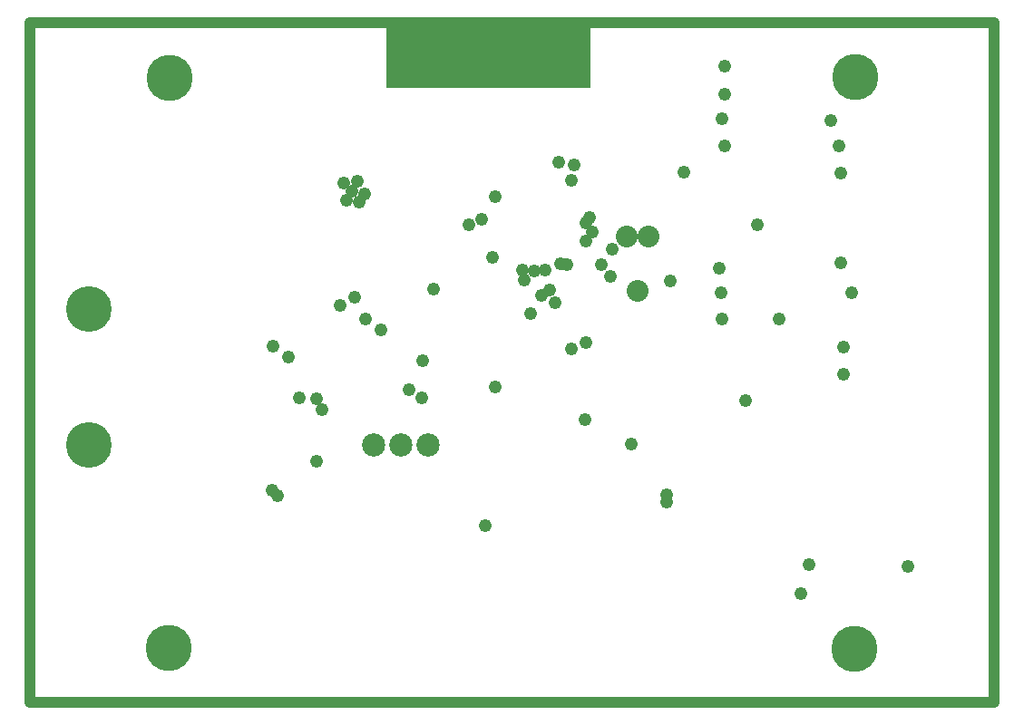
<source format=gbr>
G04*
G04 #@! TF.GenerationSoftware,Altium Limited,Altium Designer,23.1.1 (15)*
G04*
G04 Layer_Physical_Order=5*
G04 Layer_Color=128*
%FSLAX25Y25*%
%MOIN*%
G70*
G04*
G04 #@! TF.SameCoordinates,577C2DE3-5836-4DB5-AD87-4C8AFCD19023*
G04*
G04*
G04 #@! TF.FilePolarity,Negative*
G04*
G01*
G75*
%ADD97C,0.04000*%
%ADD104C,0.08528*%
%ADD105C,0.16795*%
%ADD106C,0.08000*%
%ADD107C,0.16992*%
%ADD108C,0.04800*%
G36*
X131000Y250000D02*
Y226000D01*
X206000D01*
Y250000D01*
X131000D01*
D02*
G37*
D97*
X25Y0D02*
X354356D01*
Y250000D01*
X25D02*
X354356D01*
X25Y0D02*
Y250000D01*
D104*
X126500Y94500D02*
D03*
X136500D02*
D03*
X146500D02*
D03*
D105*
X21870Y94800D02*
D03*
Y144800D02*
D03*
D106*
X227300Y171400D02*
D03*
X219300D02*
D03*
X223300Y151400D02*
D03*
D107*
X51400Y229800D02*
D03*
X303300Y230100D02*
D03*
X303100Y19500D02*
D03*
X51200Y20000D02*
D03*
D108*
X105500Y111500D02*
D03*
X99000Y112000D02*
D03*
X171000Y186000D02*
D03*
X191000Y151500D02*
D03*
X210000Y161000D02*
D03*
X240500Y195000D02*
D03*
X194969Y161177D02*
D03*
X189500Y159000D02*
D03*
X193000Y147000D02*
D03*
X255500Y223500D02*
D03*
X185500Y158500D02*
D03*
X148500Y152000D02*
D03*
X197500Y161000D02*
D03*
X170000Y163500D02*
D03*
X206858Y172858D02*
D03*
X204281Y169778D02*
D03*
Y176391D02*
D03*
X267500Y175500D02*
D03*
X275500Y141000D02*
D03*
X204238Y132409D02*
D03*
X199000Y130000D02*
D03*
X204000Y104000D02*
D03*
X302000Y150500D02*
D03*
X298000Y194500D02*
D03*
X297500Y204500D02*
D03*
X255500D02*
D03*
X188000Y149500D02*
D03*
X254500Y214500D02*
D03*
Y141000D02*
D03*
X263000Y111000D02*
D03*
X205843Y178343D02*
D03*
X181836Y155336D02*
D03*
X184000Y143000D02*
D03*
X123500Y141000D02*
D03*
X294500Y214000D02*
D03*
X255500Y234000D02*
D03*
X299000Y130500D02*
D03*
Y120500D02*
D03*
X171000Y116000D02*
D03*
X161500Y175500D02*
D03*
X254000Y150500D02*
D03*
X253500Y159500D02*
D03*
X199000Y192000D02*
D03*
X181000Y159000D02*
D03*
X298000Y161500D02*
D03*
X221000Y95000D02*
D03*
X119500Y149000D02*
D03*
X114000Y146000D02*
D03*
X283500Y40000D02*
D03*
X286500Y50500D02*
D03*
X213500Y156500D02*
D03*
X90950Y76050D02*
D03*
X88899Y78101D02*
D03*
X234000Y76250D02*
D03*
Y73750D02*
D03*
X105500Y88500D02*
D03*
X144500Y125500D02*
D03*
X95000Y127000D02*
D03*
X107500Y107500D02*
D03*
X144000Y112000D02*
D03*
X166000Y177500D02*
D03*
X139500Y115000D02*
D03*
X129000Y137000D02*
D03*
X194500Y198500D02*
D03*
X200000Y197500D02*
D03*
X214000Y166500D02*
D03*
X235500Y155000D02*
D03*
X322748Y50000D02*
D03*
X167500Y65000D02*
D03*
X121000Y184000D02*
D03*
X118500Y188000D02*
D03*
X116500Y184500D02*
D03*
X123000Y187000D02*
D03*
X120500Y191500D02*
D03*
X115500Y191000D02*
D03*
X89500Y131000D02*
D03*
M02*

</source>
